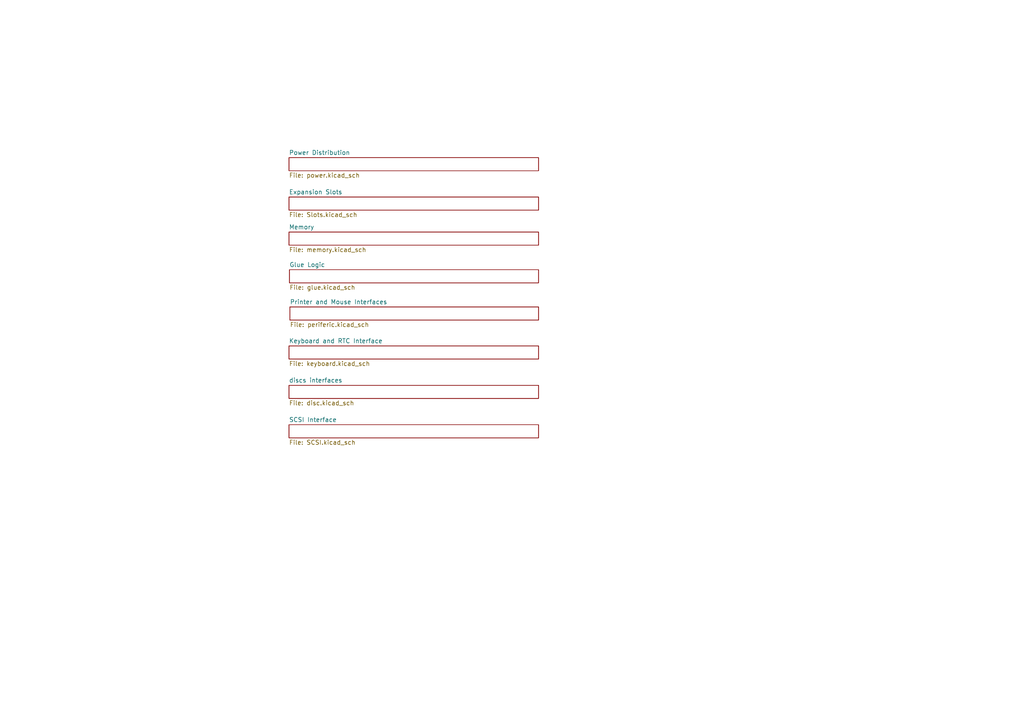
<source format=kicad_sch>
(kicad_sch
	(version 20250114)
	(generator "eeschema")
	(generator_version "9.0")
	(uuid "6a3b12bb-c660-411d-baf4-d16c05c8b5f5")
	(paper "A4")
	(title_block
		(title "CST Thor  - Clone/Upgrade for Sinclair QL")
		(date "2025-03-15")
		(rev "0,1")
		(company "(C) 2025 Alvaro Alea Fdz")
		(comment 1 "https://ohwr.org/cern_ohl_s_v2.txt")
		(comment 2 "CERN Open Hardware Licence Version 2 - Strongly Reciprocal")
		(comment 3 "Under License")
		(comment 4 "TABLE OF CONTENTS")
	)
	(lib_symbols)
	(sheet
		(at 83.82 111.76)
		(size 72.39 3.81)
		(exclude_from_sim no)
		(in_bom yes)
		(on_board yes)
		(dnp no)
		(fields_autoplaced yes)
		(stroke
			(width 0.1524)
			(type solid)
		)
		(fill
			(color 0 0 0 0.0000)
		)
		(uuid "15e541fe-c516-430b-a5ed-b3d69c9890fe")
		(property "Sheetname" "discs interfaces"
			(at 83.82 111.0484 0)
			(effects
				(font
					(size 1.27 1.27)
				)
				(justify left bottom)
			)
		)
		(property "Sheetfile" "disc.kicad_sch"
			(at 83.82 116.1546 0)
			(effects
				(font
					(size 1.27 1.27)
				)
				(justify left top)
			)
		)
		(instances
			(project "Thor_20_expansion"
				(path "/6a3b12bb-c660-411d-baf4-d16c05c8b5f5"
					(page "8")
				)
			)
		)
	)
	(sheet
		(at 83.82 123.19)
		(size 72.39 3.81)
		(exclude_from_sim no)
		(in_bom yes)
		(on_board yes)
		(dnp no)
		(fields_autoplaced yes)
		(stroke
			(width 0.1524)
			(type solid)
		)
		(fill
			(color 0 0 0 0.0000)
		)
		(uuid "2a29d751-7cf0-475f-afa2-ef236fbc1d4f")
		(property "Sheetname" "SCSI Interface"
			(at 83.82 122.4784 0)
			(effects
				(font
					(size 1.27 1.27)
				)
				(justify left bottom)
			)
		)
		(property "Sheetfile" "SCSI.kicad_sch"
			(at 83.82 127.5846 0)
			(effects
				(font
					(size 1.27 1.27)
				)
				(justify left top)
			)
		)
		(instances
			(project "Thor_20_expansion"
				(path "/6a3b12bb-c660-411d-baf4-d16c05c8b5f5"
					(page "9")
				)
			)
		)
	)
	(sheet
		(at 83.82 45.72)
		(size 72.39 3.81)
		(exclude_from_sim no)
		(in_bom yes)
		(on_board yes)
		(dnp no)
		(fields_autoplaced yes)
		(stroke
			(width 0.1524)
			(type solid)
		)
		(fill
			(color 0 0 0 0.0000)
		)
		(uuid "2b4f1d30-ebb3-4b3b-95c5-02ca88ad69d9")
		(property "Sheetname" "Power Distribution"
			(at 83.82 45.0084 0)
			(effects
				(font
					(size 1.27 1.27)
				)
				(justify left bottom)
			)
		)
		(property "Sheetfile" "power.kicad_sch"
			(at 83.82 50.1146 0)
			(effects
				(font
					(size 1.27 1.27)
				)
				(justify left top)
			)
		)
		(instances
			(project "Thor_20_expansion"
				(path "/6a3b12bb-c660-411d-baf4-d16c05c8b5f5"
					(page "2")
				)
			)
		)
	)
	(sheet
		(at 83.82 67.31)
		(size 72.39 3.81)
		(exclude_from_sim no)
		(in_bom yes)
		(on_board yes)
		(dnp no)
		(fields_autoplaced yes)
		(stroke
			(width 0.1524)
			(type solid)
		)
		(fill
			(color 0 0 0 0.0000)
		)
		(uuid "3d18ca47-b912-4275-b812-de015d7fe56b")
		(property "Sheetname" "Memory"
			(at 83.82 66.5984 0)
			(effects
				(font
					(size 1.27 1.27)
				)
				(justify left bottom)
			)
		)
		(property "Sheetfile" "memory.kicad_sch"
			(at 83.82 71.7046 0)
			(effects
				(font
					(size 1.27 1.27)
				)
				(justify left top)
			)
		)
		(instances
			(project "Thor_20_expansion"
				(path "/6a3b12bb-c660-411d-baf4-d16c05c8b5f5"
					(page "4")
				)
			)
		)
	)
	(sheet
		(at 83.82 100.33)
		(size 72.39 3.81)
		(exclude_from_sim no)
		(in_bom yes)
		(on_board yes)
		(dnp no)
		(fields_autoplaced yes)
		(stroke
			(width 0.1524)
			(type solid)
		)
		(fill
			(color 0 0 0 0.0000)
		)
		(uuid "a89399f3-2be2-4f5f-b1a4-1e166f0fae9f")
		(property "Sheetname" "Keyboard and RTC Interface"
			(at 83.82 99.6184 0)
			(effects
				(font
					(size 1.27 1.27)
				)
				(justify left bottom)
			)
		)
		(property "Sheetfile" "keyboard.kicad_sch"
			(at 83.82 104.7246 0)
			(effects
				(font
					(size 1.27 1.27)
				)
				(justify left top)
			)
		)
		(instances
			(project "Thor_20_expansion"
				(path "/6a3b12bb-c660-411d-baf4-d16c05c8b5f5"
					(page "7")
				)
			)
		)
	)
	(sheet
		(at 83.82 57.15)
		(size 72.39 3.81)
		(exclude_from_sim no)
		(in_bom yes)
		(on_board yes)
		(dnp no)
		(fields_autoplaced yes)
		(stroke
			(width 0.1524)
			(type solid)
		)
		(fill
			(color 0 0 0 0.0000)
		)
		(uuid "b077834e-7ee5-4f63-afe4-4162f1dcbe0a")
		(property "Sheetname" "Expansion Slots"
			(at 83.82 56.4384 0)
			(effects
				(font
					(size 1.27 1.27)
				)
				(justify left bottom)
			)
		)
		(property "Sheetfile" "Slots.kicad_sch"
			(at 83.82 61.5446 0)
			(effects
				(font
					(size 1.27 1.27)
				)
				(justify left top)
			)
		)
		(instances
			(project "Thor_20_expansion"
				(path "/6a3b12bb-c660-411d-baf4-d16c05c8b5f5"
					(page "3")
				)
			)
		)
	)
	(sheet
		(at 84.074 89.027)
		(size 72.136 3.81)
		(exclude_from_sim no)
		(in_bom yes)
		(on_board yes)
		(dnp no)
		(fields_autoplaced yes)
		(stroke
			(width 0.1524)
			(type solid)
		)
		(fill
			(color 0 0 0 0.0000)
		)
		(uuid "be7b68b4-108b-4398-886d-9a20ca0d0d87")
		(property "Sheetname" "Printer and Mouse Interfaces"
			(at 84.074 88.3154 0)
			(effects
				(font
					(size 1.27 1.27)
				)
				(justify left bottom)
			)
		)
		(property "Sheetfile" "periferic.kicad_sch"
			(at 84.074 93.4216 0)
			(effects
				(font
					(size 1.27 1.27)
				)
				(justify left top)
			)
		)
		(instances
			(project "Thor_20_expansion"
				(path "/6a3b12bb-c660-411d-baf4-d16c05c8b5f5"
					(page "6")
				)
			)
		)
	)
	(sheet
		(at 83.947 78.232)
		(size 72.263 3.81)
		(exclude_from_sim no)
		(in_bom yes)
		(on_board yes)
		(dnp no)
		(fields_autoplaced yes)
		(stroke
			(width 0.1524)
			(type solid)
		)
		(fill
			(color 0 0 0 0.0000)
		)
		(uuid "ee4427c0-a8a6-4267-a821-647dafcb81c6")
		(property "Sheetname" "Glue Logic"
			(at 83.947 77.5204 0)
			(effects
				(font
					(size 1.27 1.27)
				)
				(justify left bottom)
			)
		)
		(property "Sheetfile" "glue.kicad_sch"
			(at 83.947 82.6266 0)
			(effects
				(font
					(size 1.27 1.27)
				)
				(justify left top)
			)
		)
		(instances
			(project "Thor_20_expansion"
				(path "/6a3b12bb-c660-411d-baf4-d16c05c8b5f5"
					(page "5")
				)
			)
		)
	)
	(sheet_instances
		(path "/"
			(page "1")
		)
	)
	(embedded_fonts no)
)

</source>
